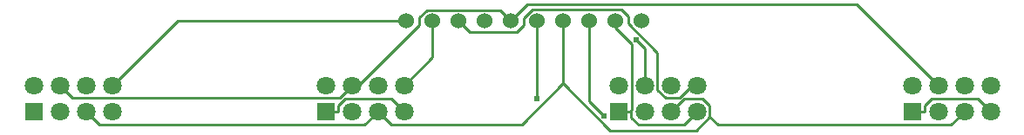
<source format=gbl>
G04 Layer: BottomLayer*
G04 EasyEDA v6.5.40, 2024-02-02 10:37:13*
G04 a77a6519c85945819b4ef728552386b2,10*
G04 Gerber Generator version 0.2*
G04 Scale: 100 percent, Rotated: No, Reflected: No *
G04 Dimensions in millimeters *
G04 leading zeros omitted , absolute positions ,4 integer and 5 decimal *
%FSLAX45Y45*%
%MOMM*%

%ADD10C,0.2540*%
%ADD11C,1.5240*%
%ADD12R,1.8000X1.8000*%
%ADD13C,1.8000*%
%ADD14C,0.6096*%

%LPD*%
D10*
X2057400Y2057400D02*
G01*
X2692400Y2692400D01*
X4914900Y2692400D01*
X7744688Y2057400D02*
G01*
X7687005Y2057400D01*
X7568920Y1939315D01*
X7433233Y1939315D01*
X7354773Y2017776D01*
X7354773Y2381148D01*
X7073900Y2662021D01*
X7073900Y2733116D01*
X7008545Y2798470D01*
X6139764Y2798470D01*
X6057900Y2716606D01*
X6057900Y2652369D01*
X5989929Y2584399D01*
X5530900Y2584399D01*
X5422900Y2692400D01*
X6184900Y2692400D02*
G01*
X6184900Y1930400D01*
X4894706Y2057400D02*
G01*
X5168900Y2331593D01*
X5168900Y2692400D01*
X10594695Y1803400D02*
G01*
X10467695Y1930400D01*
X10018674Y1930400D01*
X9950653Y1862378D01*
X9950653Y1803400D01*
X9832695Y1803400D02*
G01*
X9950653Y1803400D01*
X7744688Y1803400D02*
G01*
X7613522Y1672234D01*
X7172833Y1672234D01*
X7100646Y1744421D01*
X7100646Y1803400D01*
X4894706Y1803400D02*
G01*
X4767706Y1930400D01*
X4318685Y1930400D01*
X4250664Y1862378D01*
X4250664Y1803400D01*
X4132706Y1803400D02*
G01*
X4250664Y1803400D01*
X6982688Y1803400D02*
G01*
X7093864Y1803400D01*
X7093864Y1803400D02*
G01*
X7100646Y1803400D01*
X6946900Y2692400D02*
G01*
X6946900Y2623413D01*
X7109586Y2460726D01*
X7109586Y1819122D01*
X7093864Y1803400D01*
X1549400Y2057400D02*
G01*
X1668322Y1938477D01*
X4267784Y1938477D01*
X4386706Y2057400D01*
X4386706Y2057400D02*
G01*
X4447743Y2057400D01*
X5041900Y2651556D01*
X5041900Y2724150D01*
X5114442Y2796692D01*
X5826607Y2796692D01*
X5930900Y2692400D01*
X5930900Y2692400D02*
G01*
X6091529Y2853029D01*
X9291065Y2853029D01*
X10086695Y2057400D01*
X7150227Y2502890D02*
G01*
X7236688Y2416429D01*
X7236688Y2057400D01*
X1803400Y1803400D02*
G01*
X1933752Y1673047D01*
X4510354Y1673047D01*
X4640706Y1803400D01*
X10340695Y1803400D02*
G01*
X10209072Y1671777D01*
X7942605Y1671777D01*
X7862773Y1751609D01*
X7862773Y1751609D02*
G01*
X7862773Y1863369D01*
X7795742Y1930400D01*
X7617688Y1930400D01*
X7490688Y1803400D01*
X4640706Y1803400D02*
G01*
X4766919Y1677187D01*
X6037961Y1677187D01*
X6438900Y2078126D01*
X6438900Y2692400D02*
G01*
X6438900Y2078126D01*
X6438900Y2078126D02*
G01*
X6899173Y1617853D01*
X7729016Y1617853D01*
X7862773Y1751609D01*
X6838111Y1761718D02*
G01*
X6692900Y1906930D01*
X6692900Y2692400D01*
D11*
G01*
X4914900Y2692400D03*
G01*
X5168900Y2692400D03*
G01*
X5422900Y2692400D03*
G01*
X5676900Y2692400D03*
G01*
X5930900Y2692400D03*
G01*
X6184900Y2692400D03*
G01*
X6438900Y2692400D03*
G01*
X6692900Y2692400D03*
G01*
X6946900Y2692400D03*
G01*
X7200900Y2692400D03*
D12*
G01*
X1295400Y1803400D03*
D13*
G01*
X1295400Y2057400D03*
G01*
X1549400Y1803400D03*
G01*
X1549400Y2057400D03*
G01*
X1803400Y1803400D03*
G01*
X1803400Y2057400D03*
G01*
X2057400Y1803400D03*
G01*
X2057400Y2057400D03*
D12*
G01*
X4132694Y1803400D03*
D13*
G01*
X4132694Y2057400D03*
G01*
X4386694Y1803400D03*
G01*
X4386694Y2057400D03*
G01*
X4640694Y1803400D03*
G01*
X4640694Y2057400D03*
G01*
X4894694Y1803400D03*
G01*
X4894694Y2057400D03*
D12*
G01*
X6982688Y1803400D03*
D13*
G01*
X6982688Y2057400D03*
G01*
X7236688Y1803400D03*
G01*
X7236688Y2057400D03*
G01*
X7490688Y1803400D03*
G01*
X7490688Y2057400D03*
G01*
X7744688Y1803400D03*
G01*
X7744688Y2057400D03*
D12*
G01*
X9832682Y1803400D03*
D13*
G01*
X9832682Y2057400D03*
G01*
X10086682Y1803400D03*
G01*
X10086682Y2057400D03*
G01*
X10340682Y1803400D03*
G01*
X10340682Y2057400D03*
G01*
X10594682Y1803400D03*
G01*
X10594682Y2057400D03*
D14*
G01*
X6838111Y1761718D03*
G01*
X7150227Y2502890D03*
G01*
X6184900Y1930400D03*
M02*

</source>
